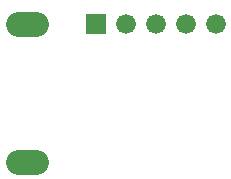
<source format=gbs>
G04 Layer: BottomSolderMaskLayer*
G04 EasyEDA v6.4.25, 2021-11-13T21:47:53+08:00*
G04 5f2a3f83ced14d76a3667b2aff7d93ec,987c639a94b84ffc8c6145f2c3ae8d38,10*
G04 Gerber Generator version 0.2*
G04 Scale: 100 percent, Rotated: No, Reflected: No *
G04 Dimensions in millimeters *
G04 leading zeros omitted , absolute positions ,4 integer and 5 decimal *
%FSLAX45Y45*%
%MOMM*%

%ADD44C,2.1016*%
%ADD64C,1.6764*%

%LPD*%
D44*
X1010991Y16969968D02*
G01*
X860991Y16969968D01*
X1010991Y15799968D02*
G01*
X860991Y15799968D01*
D64*
G01*
X2537993Y16970019D03*
G01*
X2283993Y16970019D03*
G01*
X2029993Y16970019D03*
G01*
X1775993Y16970019D03*
G36*
X1438147Y16886174D02*
G01*
X1438147Y17053813D01*
X1605787Y17053813D01*
X1605787Y16886174D01*
G37*
M02*

</source>
